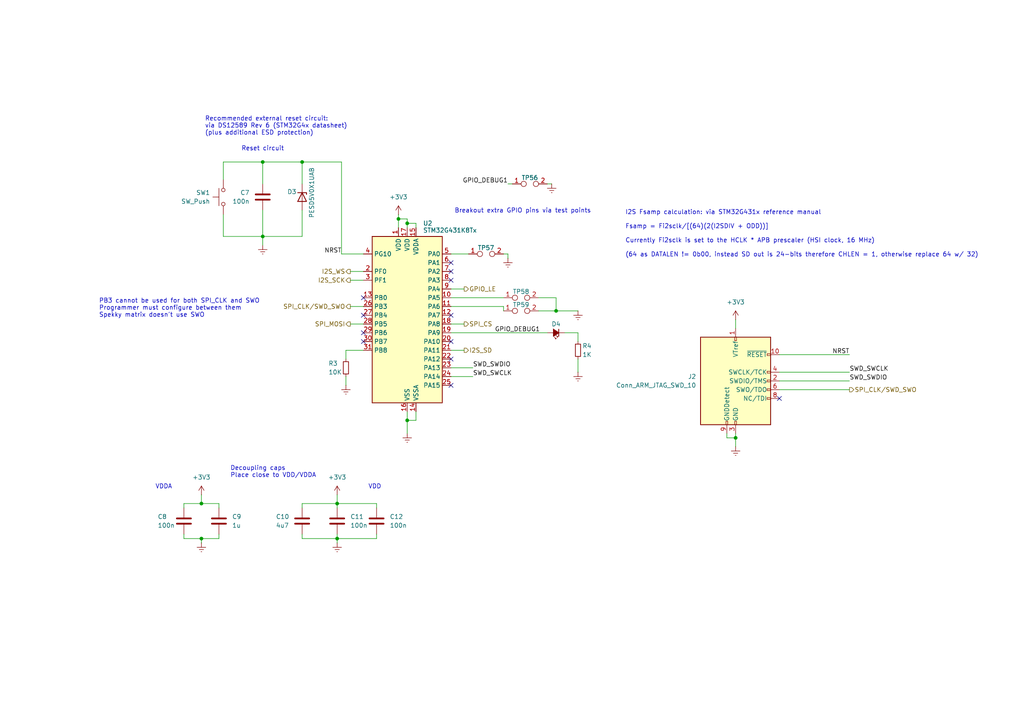
<source format=kicad_sch>
(kicad_sch (version 20250114) (generator "eeschema") (generator_version "9.0")
  (paper "A4")
  (title_block (title "STM32G431Kx Schematic") (date "2025-06-29") (rev "v09") (comment 1 "No ADC therefore tying VDDA to VDD and GNDA to GND") (comment 2 "Decoupling capacitor info can be found on datasheet and application note AN5093 ") (comment 3 "SB11 and SB8 must be connected for this schematic to work.") (comment 4 "On Nucleo32-STM32G431KB devices PF0 and PF1 are disconnected."))
  (lib_symbols
    (symbol "Connector:Conn_ARM_JTAG_SWD_10" (pin_names (offset 1.016))
      (property "Reference" "J" (at -2.54 16.51 0))
      (property "Value" "Conn_ARM_JTAG_SWD_10" (at -2.54 13.97 0))
      (symbol "Conn_ARM_JTAG_SWD_10_0_1"
        (rectangle (start -10.16 12.7) (end 10.16 -12.7) (stroke (width 0.254)) (fill (type background)))
        (rectangle (start -2.794 -12.7) (end -2.286 -11.684))
        (rectangle (start -0.254 12.7) (end 0.254 11.684))
        (rectangle (start -0.254 -12.7) (end 0.254 -11.684))
        (rectangle (start 9.144 2.286) (end 10.16 2.794))
        (rectangle (start 10.16 7.874) (end 9.144 7.366))
        (rectangle (start 10.16 -0.254) (end 9.144 0.254))
        (rectangle (start 10.16 -2.794) (end 9.144 -2.286))
      )
      (symbol "Conn_ARM_JTAG_SWD_10_1_1"
        (rectangle (start 9.144 -5.334) (end 10.16 -4.826))
        (pin no_connect line (at -10.16 0 0) (length 2.54) (hide yes) (name "KEY") (number "7"))
        (pin passive line (at -2.54 -15.24 90) (length 2.54) (name "GNDDetect") (number "9"))
        (pin power_in line (at 0 15.24 270) (length 2.54) (name "VTref") (number "1"))
        (pin power_in line (at 0 -15.24 90) (length 2.54) (name "GND") (number "3"))
        (pin passive line (at 0 -15.24 90) (length 2.54) (hide yes) (name "GND") (number "5"))
        (pin open_collector line (at 12.7 7.62 180) (length 2.54) (name "~{RESET}") (number "10"))
        (pin output line (at 12.7 2.54 180) (length 2.54) (name "SWCLK/TCK") (number "4"))
        (pin bidirectional line (at 12.7 0 180) (length 2.54) (name "SWDIO/TMS") (number "2"))
        (pin input line (at 12.7 -2.54 180) (length 2.54) (name "SWO/TDO") (number "6"))
        (pin output line (at 12.7 -5.08 180) (length 2.54) (name "NC/TDI") (number "8"))
      )
    )
    (symbol "Connector:TestPoint_2Pole" (pin_names (offset 0.762) (hide yes))
      (property "Reference" "TP" (at 0 1.524 0))
      (property "Value" "TestPoint_2Pole" (at 0 -1.778 0))
      (symbol "TestPoint_2Pole_0_1"
        (circle (center -1.778 0) (radius 0.762))
        (circle (center 1.778 0) (radius 0.762))
        (pin passive line (at -5.08 0 0) (length 2.54) (name "1") (number "1"))
        (pin passive line (at 5.08 0 180) (length 2.54) (name "2") (number "2"))
      )
    )
    (symbol "Device:C" (pin_numbers (hide yes)) (pin_names (offset 0.254))
      (property "Reference" "C" (at 0.635 2.54 0))
      (property "Value" "C" (at 0.635 -2.54 0))
      (symbol "C_0_1"
        (polyline (pts (xy -2.032 0.762) (xy 2.032 0.762)) (stroke (width 0.508)))
        (polyline (pts (xy -2.032 -0.762) (xy 2.032 -0.762)) (stroke (width 0.508)))
      )
      (symbol "C_1_1"
        (pin passive line (at 0 3.81 270) (length 2.794) (name "~") (number "1"))
        (pin passive line (at 0 -3.81 90) (length 2.794) (name "~") (number "2"))
      )
    )
    (symbol "Device:LED_Small_Filled" (pin_numbers (hide yes)) (pin_names (offset 0.254) (hide yes))
      (property "Reference" "D" (at -1.27 3.175 0))
      (property "Value" "LED_Small_Filled" (at -4.445 -2.54 0))
      (symbol "LED_Small_Filled_0_1"
        (polyline (pts (xy -0.762 -1.016) (xy -0.762 1.016)) (stroke (width 0.254)))
        (polyline (pts (xy 0 0.762) (xy -0.508 1.27) (xy -0.254 1.27) (xy -0.508 1.27) (xy -0.508 1.016)))
        (polyline (pts (xy 0.508 1.27) (xy 0 1.778) (xy 0.254 1.778) (xy 0 1.778) (xy 0 1.524)))
        (polyline (pts (xy 0.762 -1.016) (xy -0.762 0) (xy 0.762 1.016) (xy 0.762 -1.016)) (stroke (width 0.254)) (fill (type outline)))
        (polyline (pts (xy 1.016 0) (xy -0.762 0)))
      )
      (symbol "LED_Small_Filled_1_1"
        (pin passive line (at -2.54 0 0) (length 1.778) (name "K") (number "1"))
        (pin passive line (at 2.54 0 180) (length 1.778) (name "A") (number "2"))
      )
    )
    (symbol "Device:R_Small" (pin_numbers (hide yes)) (pin_names (offset 0.254) (hide yes))
      (property "Reference" "R" (at 0 0 90))
      (property "Value" "R_Small" (at 1.778 0 90))
      (symbol "R_Small_0_1"
        (rectangle (start -0.762 1.778) (end 0.762 -1.778) (stroke (width 0.2032)))
      )
      (symbol "R_Small_1_1"
        (pin passive line (at 0 2.54 270) (length 0.762) (name "~") (number "1"))
        (pin passive line (at 0 -2.54 90) (length 0.762) (name "~") (number "2"))
      )
    )
    (symbol "Diode:PTVS5V0Z1USKP" (pin_numbers (hide yes)) (pin_names (hide yes))
      (property "Reference" "D" (at 0 2.54 0))
      (property "Value" "PTVS5V0Z1USKP" (at 0 -2.54 0))
      (symbol "PTVS5V0Z1USKP_0_1"
        (polyline (pts (xy -1.27 -1.27) (xy -1.27 1.27) (xy -0.762 1.27)) (stroke (width 0.254)))
        (polyline (pts (xy 1.27 0) (xy -1.27 0)))
        (polyline (pts (xy 1.27 -1.27) (xy 1.27 1.27) (xy -1.27 0) (xy 1.27 -1.27)) (stroke (width 0.254)))
      )
      (symbol "PTVS5V0Z1USKP_1_1"
        (pin passive line (at -3.81 0 0) (length 2.54) (name "K") (number "1"))
        (pin passive line (at 3.81 0 180) (length 2.54) (name "A") (number "2"))
      )
    )
    (symbol "MCU_ST_STM32G4:STM32G431K8Tx"
      (property "Reference" "U" (at -10.16 26.67 0))
      (property "Value" "STM32G431K8Tx" (at 5.08 26.67 0))
      (symbol "STM32G431K8Tx_0_1"
        (rectangle (start -10.16 -22.86) (end 10.16 25.4) (stroke (width 0.254)) (fill (type background)))
      )
      (symbol "STM32G431K8Tx_1_1"
        (pin bidirectional line (at -12.7 20.32 0) (length 2.54) (name "PG10") (number "4"))
        (pin bidirectional line (at -12.7 15.24 0) (length 2.54) (name "PF0") (number "2"))
        (pin bidirectional line (at -12.7 12.7 0) (length 2.54) (name "PF1") (number "3"))
        (pin bidirectional line (at -12.7 7.62 0) (length 2.54) (name "PB0") (number "13"))
        (pin bidirectional line (at -12.7 5.08 0) (length 2.54) (name "PB3") (number "26"))
        (pin bidirectional line (at -12.7 2.54 0) (length 2.54) (name "PB4") (number "27"))
        (pin bidirectional line (at -12.7 0 0) (length 2.54) (name "PB5") (number "28"))
        (pin bidirectional line (at -12.7 -2.54 0) (length 2.54) (name "PB6") (number "29"))
        (pin bidirectional line (at -12.7 -5.08 0) (length 2.54) (name "PB7") (number "30"))
        (pin bidirectional line (at -12.7 -7.62 0) (length 2.54) (name "PB8") (number "31"))
        (pin power_in line (at -2.54 27.94 270) (length 2.54) (name "VDD") (number "1"))
        (pin power_in line (at 0 27.94 270) (length 2.54) (name "VDD") (number "17"))
        (pin power_in line (at 0 -25.4 90) (length 2.54) (name "VSS") (number "16"))
        (pin passive line (at 0 -25.4 90) (length 2.54) (hide yes) (name "VSS") (number "32"))
        (pin power_in line (at 2.54 27.94 270) (length 2.54) (name "VDDA") (number "15"))
        (pin power_in line (at 2.54 -25.4 90) (length 2.54) (name "VSSA") (number "14"))
        (pin bidirectional line (at 12.7 20.32 180) (length 2.54) (name "PA0") (number "5"))
        (pin bidirectional line (at 12.7 17.78 180) (length 2.54) (name "PA1") (number "6"))
        (pin bidirectional line (at 12.7 15.24 180) (length 2.54) (name "PA2") (number "7"))
        (pin bidirectional line (at 12.7 12.7 180) (length 2.54) (name "PA3") (number "8"))
        (pin bidirectional line (at 12.7 10.16 180) (length 2.54) (name "PA4") (number "9"))
        (pin bidirectional line (at 12.7 7.62 180) (length 2.54) (name "PA5") (number "10"))
        (pin bidirectional line (at 12.7 5.08 180) (length 2.54) (name "PA6") (number "11"))
        (pin bidirectional line (at 12.7 2.54 180) (length 2.54) (name "PA7") (number "12"))
        (pin bidirectional line (at 12.7 0 180) (length 2.54) (name "PA8") (number "18"))
        (pin bidirectional line (at 12.7 -2.54 180) (length 2.54) (name "PA9") (number "19"))
        (pin bidirectional line (at 12.7 -5.08 180) (length 2.54) (name "PA10") (number "20"))
        (pin bidirectional line (at 12.7 -7.62 180) (length 2.54) (name "PA11") (number "21"))
        (pin bidirectional line (at 12.7 -10.16 180) (length 2.54) (name "PA12") (number "22"))
        (pin bidirectional line (at 12.7 -12.7 180) (length 2.54) (name "PA13") (number "23"))
        (pin bidirectional line (at 12.7 -15.24 180) (length 2.54) (name "PA14") (number "24"))
        (pin bidirectional line (at 12.7 -17.78 180) (length 2.54) (name "PA15") (number "25"))
      )
    )
    (symbol "Switch:SW_Push" (pin_numbers (hide yes)) (pin_names (offset 1.016) (hide yes))
      (property "Reference" "SW" (at 1.27 2.54 0))
      (property "Value" "SW_Push" (at 0 -1.524 0))
      (symbol "SW_Push_0_1"
        (circle (center -2.032 0) (radius 0.508))
        (polyline (pts (xy 0 1.27) (xy 0 3.048)))
        (circle (center 2.032 0) (radius 0.508))
        (polyline (pts (xy 2.54 1.27) (xy -2.54 1.27)))
        (pin passive line (at -5.08 0 0) (length 2.54) (name "1") (number "1"))
        (pin passive line (at 5.08 0 180) (length 2.54) (name "2") (number "2"))
      )
    )
    (symbol "power:+3V3" (power) (pin_numbers (hide yes)) (pin_names (offset 0) (hide yes))
      (property "Value" "+3V3" (at 0 3.556 0))
      (symbol "+3V3_0_1"
        (polyline (pts (xy -0.762 1.27) (xy 0 2.54)))
        (polyline (pts (xy 0 2.54) (xy 0.762 1.27)))
        (polyline (pts (xy 0 0) (xy 0 2.54)))
      )
      (symbol "+3V3_1_1"
        (pin power_in line (at 0 0 90) (length 0) (name "~") (number "1"))
      )
    )
    (symbol "power:GNDREF" (power) (pin_numbers (hide yes)) (pin_names (offset 0) (hide yes))
      (property "Value" "GNDREF" (at 0 -3.81 0))
      (symbol "GNDREF_0_1"
        (polyline (pts (xy -0.635 -1.905) (xy 0.635 -1.905)))
        (polyline (pts (xy -0.127 -2.54) (xy 0.127 -2.54)))
        (polyline (pts (xy 0 -1.27) (xy 0 0)))
        (polyline (pts (xy 1.27 -1.27) (xy -1.27 -1.27)))
      )
      (symbol "GNDREF_1_1"
        (pin power_in line (at 0 0 270) (length 0) (name "~") (number "1"))
      )
    )
  )
  (text "Decoupling caps\nPlace close to VDD/VDDA" (at 66.802 136.906 0) (effects (font (size 1.27 1.27)) (justify left)))
  (text "PB3 cannot be used for both SPI_CLK and SWO\nProgrammer must configure between them\nSpekky matrix doesn't use SWO" (at 28.702 89.408 0) (effects (font (size 1.27 1.27)) (justify left)))
  (text "Breakout extra GPIO pins via test points" (at 151.638 61.214 0) (effects (font (size 1.27 1.27))))
  (text "VDD" (at 108.712 141.224 0) (effects (font (size 1.27 1.27))))
  (text "Recommended external reset circuit:\nvia DS12589 Rev 6 (STM32G4x datasheet)\n(plus additional ESD protection)" (at 59.436 36.576 0) (effects (font (size 1.27 1.27)) (justify left)))
  (text "Reset circuit" (at 76.2 43.18 0) (effects (font (size 1.27 1.27))))
  (text "I2S Fsamp calculation: via STM32G431x reference manual\n\nFsamp = Fi2sclk/[(64)(2(I2SDIV + ODD))]\n\nCurrently Fi2sclk is set to the HCLK * APB prescaler (HSI clock, 16 MHz)\n\n(64 as DATALEN != 0b00, instead SD out is 24-bits therefore CHLEN = 1, otherwise replace 64 w/ 32)" (at 181.356 67.818 0) (effects (font (size 1.27 1.27)) (justify left)))
  (text "VDDA" (at 47.498 141.224 0) (effects (font (size 1.27 1.27))))
  (junction (at 118.11 64.77))
  (junction (at 115.57 63.5))
  (junction (at 87.63 46.99))
  (junction (at 118.11 121.92))
  (junction (at 58.42 146.05))
  (junction (at 76.2 46.99))
  (junction (at 97.79 146.05))
  (junction (at 97.79 156.21))
  (junction (at 161.29 90.17))
  (junction (at 58.42 156.21))
  (junction (at 76.2 68.58))
  (junction (at 213.36 127))
  (no_connect (at 130.81 104.14))
  (no_connect (at 130.81 99.06))
  (no_connect (at 105.41 91.44))
  (no_connect (at 130.81 91.44))
  (no_connect (at 105.41 96.52))
  (no_connect (at 130.81 78.74))
  (no_connect (at 130.81 81.28))
  (no_connect (at 226.06 115.57))
  (no_connect (at 105.41 99.06))
  (no_connect (at 105.41 86.36))
  (no_connect (at 130.81 76.2))
  (no_connect (at 130.81 111.76))
  (wire (pts (xy 97.79 146.05) (xy 97.79 147.32)))
  (wire (pts (xy 213.36 125.73) (xy 213.36 127)))
  (wire (pts (xy 134.62 101.6) (xy 130.81 101.6)))
  (wire (pts (xy 100.33 101.6) (xy 100.33 104.14)))
  (wire (pts (xy 76.2 68.58) (xy 76.2 71.12)))
  (wire (pts (xy 76.2 68.58) (xy 64.77 68.58)))
  (wire (pts (xy 146.05 88.9) (xy 146.05 90.17)))
  (wire (pts (xy 87.63 156.21) (xy 87.63 154.94)))
  (wire (pts (xy 130.81 96.52) (xy 158.75 96.52)))
  (wire (pts (xy 97.79 143.51) (xy 97.79 146.05)))
  (wire (pts (xy 105.41 78.74) (xy 101.6 78.74)))
  (wire (pts (xy 147.32 53.34) (xy 148.59 53.34)))
  (wire (pts (xy 120.65 64.77) (xy 120.65 66.04)))
  (wire (pts (xy 99.06 46.99) (xy 87.63 46.99)))
  (wire (pts (xy 147.32 73.66) (xy 147.32 74.93)))
  (wire (pts (xy 135.89 73.66) (xy 130.81 73.66)))
  (wire (pts (xy 64.77 46.99) (xy 64.77 52.07)))
  (wire (pts (xy 97.79 146.05) (xy 109.22 146.05)))
  (wire (pts (xy 130.81 88.9) (xy 146.05 88.9)))
  (wire (pts (xy 226.06 107.95) (xy 246.38 107.95)))
  (wire (pts (xy 226.06 110.49) (xy 246.38 110.49)))
  (wire (pts (xy 87.63 146.05) (xy 97.79 146.05)))
  (wire (pts (xy 118.11 125.73) (xy 118.11 121.92)))
  (wire (pts (xy 109.22 154.94) (xy 109.22 156.21)))
  (wire (pts (xy 210.82 125.73) (xy 210.82 127)))
  (wire (pts (xy 130.81 106.68) (xy 137.16 106.68)))
  (wire (pts (xy 167.64 104.14) (xy 167.64 107.95)))
  (wire (pts (xy 53.34 146.05) (xy 53.34 147.32)))
  (wire (pts (xy 76.2 68.58) (xy 76.2 60.96)))
  (wire (pts (xy 146.05 73.66) (xy 147.32 73.66)))
  (wire (pts (xy 115.57 63.5) (xy 115.57 66.04)))
  (wire (pts (xy 53.34 146.05) (xy 58.42 146.05)))
  (wire (pts (xy 146.05 86.36) (xy 130.81 86.36)))
  (wire (pts (xy 87.63 46.99) (xy 87.63 53.34)))
  (wire (pts (xy 115.57 63.5) (xy 115.57 62.23)))
  (wire (pts (xy 101.6 93.98) (xy 105.41 93.98)))
  (wire (pts (xy 76.2 46.99) (xy 64.77 46.99)))
  (wire (pts (xy 105.41 81.28) (xy 101.6 81.28)))
  (wire (pts (xy 63.5 146.05) (xy 63.5 147.32)))
  (wire (pts (xy 120.65 121.92) (xy 120.65 119.38)))
  (wire (pts (xy 213.36 127) (xy 210.82 127)))
  (wire (pts (xy 130.81 83.82) (xy 134.62 83.82)))
  (wire (pts (xy 226.06 113.03) (xy 246.38 113.03)))
  (wire (pts (xy 87.63 68.58) (xy 76.2 68.58)))
  (wire (pts (xy 118.11 63.5) (xy 115.57 63.5)))
  (wire (pts (xy 101.6 88.9) (xy 105.41 88.9)))
  (wire (pts (xy 97.79 156.21) (xy 97.79 157.48)))
  (wire (pts (xy 105.41 73.66) (xy 99.06 73.66)))
  (wire (pts (xy 105.41 101.6) (xy 100.33 101.6)))
  (wire (pts (xy 63.5 154.94) (xy 63.5 156.21)))
  (wire (pts (xy 109.22 146.05) (xy 109.22 147.32)))
  (wire (pts (xy 118.11 121.92) (xy 118.11 119.38)))
  (wire (pts (xy 87.63 146.05) (xy 87.63 147.32)))
  (wire (pts (xy 167.64 96.52) (xy 167.64 99.06)))
  (wire (pts (xy 58.42 156.21) (xy 63.5 156.21)))
  (wire (pts (xy 76.2 53.34) (xy 76.2 46.99)))
  (wire (pts (xy 120.65 64.77) (xy 118.11 64.77)))
  (wire (pts (xy 53.34 154.94) (xy 53.34 156.21)))
  (wire (pts (xy 97.79 156.21) (xy 109.22 156.21)))
  (wire (pts (xy 53.34 156.21) (xy 58.42 156.21)))
  (wire (pts (xy 64.77 68.58) (xy 64.77 62.23)))
  (wire (pts (xy 87.63 46.99) (xy 76.2 46.99)))
  (wire (pts (xy 163.83 96.52) (xy 167.64 96.52)))
  (wire (pts (xy 226.06 102.87) (xy 246.38 102.87)))
  (wire (pts (xy 118.11 121.92) (xy 120.65 121.92)))
  (wire (pts (xy 130.81 109.22) (xy 137.16 109.22)))
  (wire (pts (xy 58.42 146.05) (xy 63.5 146.05)))
  (wire (pts (xy 87.63 156.21) (xy 97.79 156.21)))
  (wire (pts (xy 213.36 127) (xy 213.36 129.54)))
  (wire (pts (xy 161.29 90.17) (xy 161.29 86.36)))
  (wire (pts (xy 156.21 90.17) (xy 161.29 90.17)))
  (wire (pts (xy 58.42 157.48) (xy 58.42 156.21)))
  (wire (pts (xy 160.02 53.34) (xy 158.75 53.34)))
  (wire (pts (xy 100.33 109.22) (xy 100.33 111.76)))
  (wire (pts (xy 161.29 90.17) (xy 167.64 90.17)))
  (wire (pts (xy 213.36 92.71) (xy 213.36 95.25)))
  (wire (pts (xy 161.29 86.36) (xy 156.21 86.36)))
  (wire (pts (xy 130.81 93.98) (xy 134.62 93.98)))
  (wire (pts (xy 58.42 143.51) (xy 58.42 146.05)))
  (wire (pts (xy 118.11 63.5) (xy 118.11 64.77)))
  (wire (pts (xy 118.11 64.77) (xy 118.11 66.04)))
  (wire (pts (xy 97.79 156.21) (xy 97.79 154.94)))
  (wire (pts (xy 87.63 60.96) (xy 87.63 68.58)))
  (wire (pts (xy 99.06 73.66) (xy 99.06 46.99)))
  (label "SWD_SWDIO" (at 137.16 106.68 0))
  (label "SWD_SWDIO" (at 246.38 110.49 0))
  (label "SWD_SWCLK" (at 246.38 107.95 0))
  (label "NRST" (at 246.38 102.87 180))
  (label "GPIO_DEBUG1" (at 147.32 53.34 180))
  (label "NRST" (at 99.06 73.66 180))
  (label "GPIO_DEBUG1" (at 143.51 96.52 0))
  (label "SWD_SWCLK" (at 137.16 109.22 0))
  (hierarchical_label "SPI_MOSI" (shape output) (at 101.6 93.98 180))
  (hierarchical_label "I2S_WS" (shape output) (at 101.6 78.74 180))
  (hierarchical_label "I2S_SCK" (shape output) (at 101.6 81.28 180))
  (hierarchical_label "I2S_SD" (shape output) (at 134.62 101.6 0))
  (hierarchical_label "SPI_CLK{slash}SWD_SWO" (shape output) (at 246.38 113.03 0))
  (hierarchical_label "SPI_CS" (shape output) (at 134.62 93.98 0))
  (hierarchical_label "GPIO_LE" (shape output) (at 134.62 83.82 0))
  (hierarchical_label "SPI_CLK{slash}SWD_SWO" (shape output) (at 101.6 88.9 180))
  (symbol (lib_id "Connector:TestPoint_2Pole") (at 151.13 86.36 0) (unit 1)
    (property "Reference" "TP58" (at 151.13 84.582 0))
    (property "Value" "TestPoint_2Pole" (effects (hide yes)))
    (property "Footprint" "Diode_SMD:D_0402_1005Metric" (effects (hide yes)))
    (property "Description" "2-polar test point" (effects (hide yes)))
  )
  (symbol (lib_id "Device:C") (at 87.63 151.13 0) (unit 1)
    (property "Reference" "C10" (at 80.01 149.86 0) (effects (justify left)))
    (property "Value" "4u7" (at 80.01 152.4 0) (effects (justify left)))
    (property "Footprint" "Capacitor_SMD:C_0603_1608Metric" (effects (hide yes)))
    (property "Description" "Unpolarized capacitor" (effects (hide yes)))
  )
  (symbol (lib_id "power:GNDREF") (at 167.64 107.95 0) (unit 1)
    (property "Reference" "#PWR021" (effects (hide yes)))
    (property "Value" "GND" (effects (hide yes)))
    (property "Description" "Power symbol creates a global label with name \"GND\" , reference supply ground" (effects (hide yes)))
  )
  (symbol (lib_id "Diode:PTVS5V0Z1USKP") (at 87.63 57.15 270) (unit 1)
    (property "Reference" "D3" (at 83.312 55.626 90) (effects (justify left)))
    (property "Value" "PESD5V0X1UAB" (at 90.424 48.514 0) (effects (justify left)))
    (property "Footprint" "Diode_SMD:D_SOD-523" (effects (hide yes)))
    (property "Description" "5V, TVS unidirectional diode" (effects (hide yes)))
    (property "MPN" "PESD5V0X1UAB,115" (effects (hide yes)))
  )
  (symbol (lib_id "Device:C") (at 53.34 151.13 0) (unit 1)
    (property "Reference" "C8" (at 45.72 149.86 0) (effects (justify left)))
    (property "Value" "100n" (at 45.72 152.4 0) (effects (justify left)))
    (property "Footprint" "Capacitor_SMD:C_0603_1608Metric" (effects (hide yes)))
    (property "Description" "Unpolarized capacitor" (effects (hide yes)))
  )
  (symbol (lib_id "power:GNDREF") (at 100.33 111.76 0) (unit 1)
    (property "Reference" "#PWR019" (effects (hide yes)))
    (property "Value" "GND" (effects (hide yes)))
    (property "Description" "Power symbol creates a global label with name \"GND\" , reference supply ground" (effects (hide yes)))
  )
  (symbol (lib_id "power:GNDREF") (at 118.11 125.73 0) (unit 1)
    (property "Reference" "#PWR018" (effects (hide yes)))
    (property "Value" "GND" (effects (hide yes)))
    (property "Description" "Power symbol creates a global label with name \"GND\" , reference supply ground" (effects (hide yes)))
  )
  (symbol (lib_id "power:+3V3") (at 213.36 92.71 0) (unit 1)
    (property "Reference" "#PWR023" (effects (hide yes)))
    (property "Value" "+3V3" (at 213.36 87.63 0))
    (property "Description" "Power symbol creates a global label with name \"+3V3\"" (effects (hide yes)))
  )
  (symbol (lib_id "power:GNDREF") (at 167.64 90.17 0) (unit 1)
    (property "Reference" "#PWR061" (effects (hide yes)))
    (property "Value" "GND" (effects (hide yes)))
    (property "Description" "Power symbol creates a global label with name \"GND\" , reference supply ground" (effects (hide yes)))
  )
  (symbol (lib_id "Connector:TestPoint_2Pole") (at 153.67 53.34 0) (unit 1)
    (property "Reference" "TP56" (at 153.67 51.562 0))
    (property "Value" "TestPoint_2Pole" (effects (hide yes)))
    (property "Footprint" "Diode_SMD:D_0402_1005Metric" (effects (hide yes)))
    (property "Description" "2-polar test point" (effects (hide yes)))
  )
  (symbol (lib_id "power:GNDREF") (at 213.36 129.54 0) (unit 1)
    (property "Reference" "#PWR022" (effects (hide yes)))
    (property "Value" "GND" (effects (hide yes)))
    (property "Description" "Power symbol creates a global label with name \"GND\" , reference supply ground" (effects (hide yes)))
  )
  (symbol (lib_id "power:GNDREF") (at 97.79 157.48 0) (unit 1)
    (property "Reference" "#PWR016" (effects (hide yes)))
    (property "Value" "GND" (effects (hide yes)))
    (property "Description" "Power symbol creates a global label with name \"GND\" , reference supply ground" (effects (hide yes)))
  )
  (symbol (lib_id "power:GNDREF") (at 160.02 53.34 0) (unit 1)
    (property "Reference" "#PWR059" (effects (hide yes)))
    (property "Value" "GND" (effects (hide yes)))
    (property "Description" "Power symbol creates a global label with name \"GND\" , reference supply ground" (effects (hide yes)))
  )
  (symbol (lib_id "Device:C") (at 109.22 151.13 0) (unit 1)
    (property "Reference" "C12" (at 113.03 149.86 0) (effects (justify left)))
    (property "Value" "100n" (at 113.03 152.4 0) (effects (justify left)))
    (property "Footprint" "Capacitor_SMD:C_0603_1608Metric" (effects (hide yes)))
    (property "Description" "Unpolarized capacitor" (effects (hide yes)))
  )
  (symbol (lib_id "Device:R_Small") (at 100.33 106.68 0) (unit 1)
    (property "Reference" "R3" (at 95.25 105.41 0) (effects (justify left)))
    (property "Value" "10K" (at 95.25 107.95 0) (effects (justify left)))
    (property "Footprint" "Resistor_SMD:R_0603_1608Metric" (effects (hide yes)))
    (property "Description" "Resistor, small symbol" (effects (hide yes)))
  )
  (symbol (lib_id "Device:R_Small") (at 167.64 101.6 0) (unit 1)
    (property "Reference" "R4" (at 168.91 100.33 0) (effects (justify left)))
    (property "Value" "1K" (at 168.91 102.87 0) (effects (justify left)))
    (property "Footprint" "Resistor_SMD:R_0603_1608Metric" (effects (hide yes)))
    (property "Description" "Resistor, small symbol" (effects (hide yes)))
    (property "MPN" "RT0603DRE071KL" (effects (hide yes)))
  )
  (symbol (lib_id "MCU_ST_STM32G4:STM32G431K8Tx") (at 118.11 93.98 0) (unit 1)
    (property "Reference" "U2" (at 122.682 64.77 0) (effects (justify left)))
    (property "Value" "STM32G431K8Tx" (at 122.682 66.802 0) (effects (justify left)))
    (property "Footprint" "Package_QFP:LQFP-32_7x7mm_P0.8mm" (effects (hide yes)))
    (property "Datasheet" "https://www.st.com/resource/en/datasheet/stm32g431k8.pdf" (effects (hide yes)))
    (property "Description" "STMicroelectronics Arm Cortex-M4 MCU, 64KB flash, 32KB RAM, 170 MHz, 1.71-3.6V, 26 GPIO, LQFP32" (effects (hide yes)))
    (property "MPN" "STM32G431K8T6" (effects (hide yes)))
  )
  (symbol (lib_id "Device:C") (at 97.79 151.13 0) (unit 1)
    (property "Reference" "C11" (at 101.6 149.86 0) (effects (justify left)))
    (property "Value" "100n" (at 101.6 152.4 0) (effects (justify left)))
    (property "Footprint" "Capacitor_SMD:C_0603_1608Metric" (effects (hide yes)))
    (property "Description" "Unpolarized capacitor" (effects (hide yes)))
  )
  (symbol (lib_id "power:+3V3") (at 97.79 143.51 0) (unit 1)
    (property "Reference" "#PWR017" (effects (hide yes)))
    (property "Value" "+3V3" (at 97.79 138.43 0))
    (property "Description" "Power symbol creates a global label with name \"+3V3\"" (effects (hide yes)))
  )
  (symbol (lib_id "Device:C") (at 63.5 151.13 0) (unit 1)
    (property "Reference" "C9" (at 67.31 149.86 0) (effects (justify left)))
    (property "Value" "1u" (at 67.31 152.4 0) (effects (justify left)))
    (property "Footprint" "Capacitor_SMD:C_0603_1608Metric" (effects (hide yes)))
    (property "Description" "Unpolarized capacitor" (effects (hide yes)))
  )
  (symbol (lib_id "power:+3V3") (at 115.57 62.23 0) (unit 1)
    (property "Reference" "#PWR020" (effects (hide yes)))
    (property "Value" "+3V3" (at 115.57 57.15 0))
    (property "Description" "Power symbol creates a global label with name \"+3V3\"" (effects (hide yes)))
  )
  (symbol (lib_id "Switch:SW_Push") (at 64.77 57.15 90) (unit 1)
    (property "Reference" "SW1" (at 60.96 55.88 90) (effects (justify left)))
    (property "Value" "SW_Push" (at 60.96 58.42 90) (effects (justify left)))
    (property "Footprint" "Button_Switch_SMD:SW_SPST_TL3305A" (effects (hide yes)))
    (property "Description" "Push button switch, generic, two pins" (effects (hide yes)))
  )
  (symbol (lib_id "Device:LED_Small_Filled") (at 161.29 96.52 180) (unit 1)
    (property "Reference" "D4" (at 161.29 93.98 0))
    (property "Value" "LED_Small_Filled" (effects (hide yes)))
    (property "Footprint" "LED_SMD:LED_0603_1608Metric_Pad1.05x0.95mm_HandSolder" (effects (hide yes)))
    (property "Description" "Light emitting diode, small symbol, filled shape" (effects (hide yes)))
    (property "Sim.Pins" "1=K 2=A" (effects (hide yes)))
  )
  (symbol (lib_id "Connector:TestPoint_2Pole") (at 140.97 73.66 0) (unit 1)
    (property "Reference" "TP57" (at 140.97 71.882 0))
    (property "Value" "TestPoint_2Pole" (effects (hide yes)))
    (property "Footprint" "Diode_SMD:D_0402_1005Metric" (effects (hide yes)))
    (property "Description" "2-polar test point" (effects (hide yes)))
  )
  (symbol (lib_id "Device:C") (at 76.2 57.15 180) (unit 1)
    (property "Reference" "C7" (at 72.39 55.88 0) (effects (justify left)))
    (property "Value" "100n" (at 72.39 58.42 0) (effects (justify left)))
    (property "Footprint" "Capacitor_SMD:C_0603_1608Metric" (effects (hide yes)))
    (property "Description" "Unpolarized capacitor" (effects (hide yes)))
  )
  (symbol (lib_id "Connector:Conn_ARM_JTAG_SWD_10") (at 213.36 110.49 0) (unit 1)
    (property "Reference" "J2" (at 201.93 109.2199 0) (effects (justify right)))
    (property "Value" "Conn_ARM_JTAG_SWD_10" (at 201.93 111.7599 0) (effects (justify right)))
    (property "Footprint" "Connector_PinHeader_1.27mm:PinHeader_2x05_P1.27mm_Vertical" (effects (hide yes)))
    (property "Datasheet" "http://infocenter.arm.com/help/topic/com.arm.doc.ddi0314h/DDI0314H_coresight_components_trm.pdf" (effects (hide yes)))
    (property "Description" "Cortex Debug Connector, standard ARM Cortex-M SWD and JTAG interface" (effects (hide yes)))
  )
  (symbol (lib_id "power:+3V3") (at 58.42 143.51 0) (unit 1)
    (property "Reference" "#PWR03" (effects (hide yes)))
    (property "Value" "+3V3" (at 58.42 138.43 0))
    (property "Description" "Power symbol creates a global label with name \"+3V3\"" (effects (hide yes)))
  )
  (symbol (lib_id "power:GNDREF") (at 76.2 71.12 0) (unit 1)
    (property "Reference" "#PWR09" (effects (hide yes)))
    (property "Value" "GND" (effects (hide yes)))
    (property "Description" "Power symbol creates a global label with name \"GND\" , reference supply ground" (effects (hide yes)))
  )
  (symbol (lib_id "power:GNDREF") (at 58.42 157.48 0) (unit 1)
    (property "Reference" "#PWR07" (effects (hide yes)))
    (property "Value" "GND" (effects (hide yes)))
    (property "Description" "Power symbol creates a global label with name \"GND\" , reference supply ground" (effects (hide yes)))
  )
  (symbol (lib_id "power:GNDREF") (at 147.32 74.93 0) (unit 1)
    (property "Reference" "#PWR060" (effects (hide yes)))
    (property "Value" "GND" (effects (hide yes)))
    (property "Description" "Power symbol creates a global label with name \"GND\" , reference supply ground" (effects (hide yes)))
  )
  (symbol (lib_id "Connector:TestPoint_2Pole") (at 151.13 90.17 0) (unit 1)
    (property "Reference" "TP59" (at 151.13 88.392 0))
    (property "Value" "TestPoint_2Pole" (effects (hide yes)))
    (property "Footprint" "Diode_SMD:D_0402_1005Metric" (effects (hide yes)))
    (property "Description" "2-polar test point" (effects (hide yes)))
  )
)
</source>
